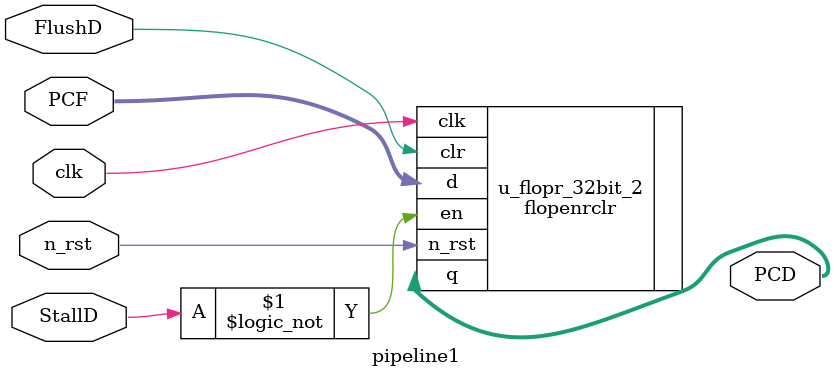
<source format=sv>
module pipeline1(
    clk,
    n_rst,
    PCF,
    PCD,
    StallD,
    FlushD
);

parameter RESET_VALUE_32 = 32'h1000_0000;
parameter RESET_VALUE_INSTR = 32'h0000_0033;

input clk, n_rst,StallD, FlushD;
input [31:0] PCF;
output [31:0]PCD;

//flopenrclr #(.WIDTH(32), .RESET_VALUE(RESET_VALUE_INSTR)) u_flopr_32bit_1 (.clk(clk), .n_rst(n_rst), .en(!StallD), .clr(FlushD), .d(Instr), .q(InstrD)) ;
 flopenrclr #(.WIDTH(32), .RESET_VALUE(RESET_VALUE_32)) u_flopr_32bit_2 (.clk(clk), .n_rst(n_rst), .en(!StallD), .clr(FlushD), .d(PCF), .q(PCD)) ;
 //flopenrclr #(.WIDTH(32), .RESET_VALUE(RESET_VALUE_32)) u_flopr_32bit_3 (.clk(clk), .n_rst(n_rst), .en(!StallD), .clr(FlushD), .d(PC_plus4F), .q(PC_plus4D)) ;

endmodule

</source>
